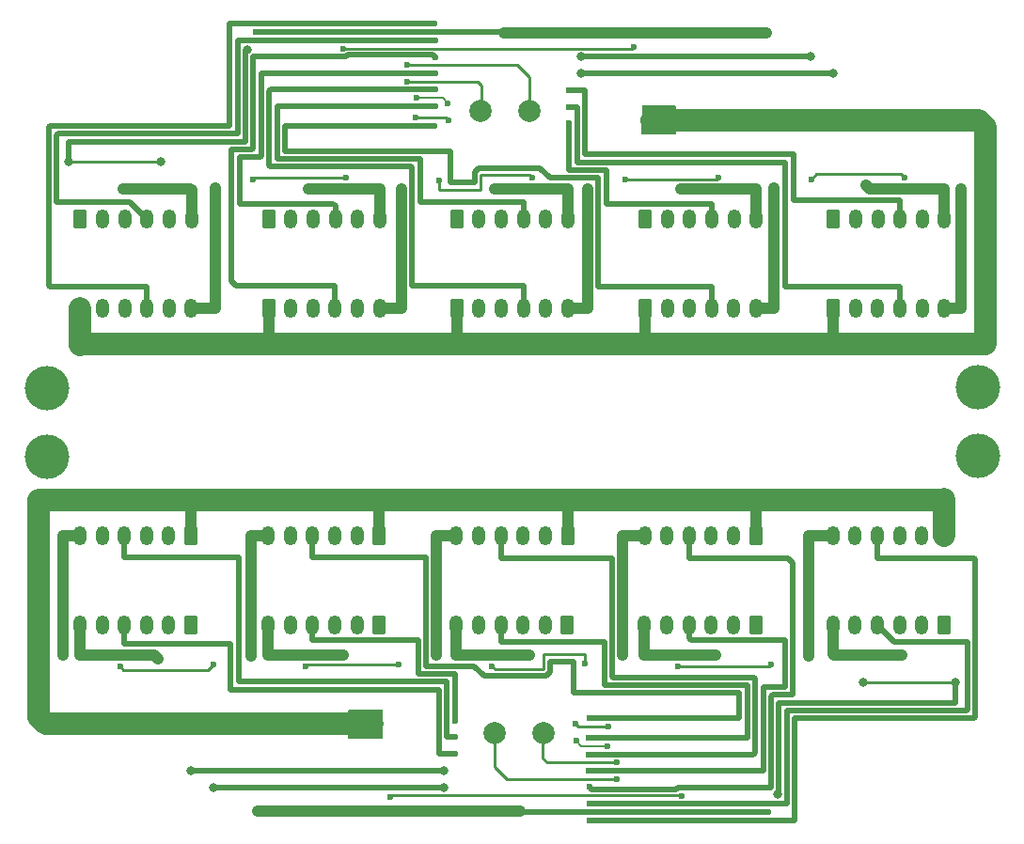
<source format=gbl>
%TF.GenerationSoftware,KiCad,Pcbnew,(6.0.0-rc1-392-g84e0feeee6)*%
%TF.CreationDate,2022-07-25T10:34:59+07:00*%
%TF.ProjectId,Ambino Fan HUB CH552G_Panellize,416d6269-6e6f-4204-9661-6e2048554220,rev?*%
%TF.SameCoordinates,Original*%
%TF.FileFunction,Copper,L2,Bot*%
%TF.FilePolarity,Positive*%
%FSLAX46Y46*%
G04 Gerber Fmt 4.6, Leading zero omitted, Abs format (unit mm)*
G04 Created by KiCad (PCBNEW (6.0.0-rc1-392-g84e0feeee6)) date 2022-07-25 10:34:59*
%MOMM*%
%LPD*%
G01*
G04 APERTURE LIST*
G04 Aperture macros list*
%AMRoundRect*
0 Rectangle with rounded corners*
0 $1 Rounding radius*
0 $2 $3 $4 $5 $6 $7 $8 $9 X,Y pos of 4 corners*
0 Add a 4 corners polygon primitive as box body*
4,1,4,$2,$3,$4,$5,$6,$7,$8,$9,$2,$3,0*
0 Add four circle primitives for the rounded corners*
1,1,$1+$1,$2,$3*
1,1,$1+$1,$4,$5*
1,1,$1+$1,$6,$7*
1,1,$1+$1,$8,$9*
0 Add four rect primitives between the rounded corners*
20,1,$1+$1,$2,$3,$4,$5,0*
20,1,$1+$1,$4,$5,$6,$7,0*
20,1,$1+$1,$6,$7,$8,$9,0*
20,1,$1+$1,$8,$9,$2,$3,0*%
G04 Aperture macros list end*
%TA.AperFunction,SMDPad,CuDef*%
%ADD10C,2.000000*%
%TD*%
%TA.AperFunction,ComponentPad*%
%ADD11C,4.000000*%
%TD*%
%TA.AperFunction,ComponentPad*%
%ADD12RoundRect,0.250000X0.350000X0.625000X-0.350000X0.625000X-0.350000X-0.625000X0.350000X-0.625000X0*%
%TD*%
%TA.AperFunction,ComponentPad*%
%ADD13O,1.200000X1.750000*%
%TD*%
%TA.AperFunction,ComponentPad*%
%ADD14RoundRect,0.250000X-0.350000X-0.625000X0.350000X-0.625000X0.350000X0.625000X-0.350000X0.625000X0*%
%TD*%
%TA.AperFunction,ViaPad*%
%ADD15C,0.600000*%
%TD*%
%TA.AperFunction,ViaPad*%
%ADD16C,0.800000*%
%TD*%
%TA.AperFunction,Conductor*%
%ADD17C,0.250000*%
%TD*%
%TA.AperFunction,Conductor*%
%ADD18C,0.500000*%
%TD*%
%TA.AperFunction,Conductor*%
%ADD19C,1.000000*%
%TD*%
%TA.AperFunction,Conductor*%
%ADD20C,2.000000*%
%TD*%
%TA.AperFunction,Conductor*%
%ADD21C,0.200000*%
%TD*%
G04 APERTURE END LIST*
D10*
%TO.P,DP,1,1*%
%TO.N,DP2*%
X148001193Y-111536017D03*
%TD*%
%TO.P,DM,1,1*%
%TO.N,DM2*%
X143581193Y-111486017D03*
%TD*%
D11*
%TO.P,H8,1*%
%TO.N,N/C*%
X187081193Y-86551017D03*
%TD*%
%TO.P,H5,1*%
%TO.N,N/C*%
X103256193Y-86626017D03*
%TD*%
D12*
%TO.P,J6,1,Pin_1*%
%TO.N,+12VA*%
X184051193Y-93746017D03*
D13*
%TO.P,J6,2,Pin_2*%
%TO.N,G_FAN*%
X182051193Y-93746017D03*
%TO.P,J6,3,Pin_3*%
%TO.N,GND*%
X180051193Y-93746017D03*
%TO.P,J6,4,Pin_4*%
%TO.N,STRIP2*%
X178051193Y-93746017D03*
%TO.P,J6,5,Pin_5*%
%TO.N,Net-(F6-Pad1)*%
X176051193Y-93746017D03*
%TO.P,J6,6,Pin_6*%
%TO.N,PWMFANOUT2*%
X174051193Y-93746017D03*
%TD*%
D12*
%TO.P,J11,1,Pin_1*%
%TO.N,+12VA*%
X116241193Y-101746017D03*
D13*
%TO.P,J11,2,Pin_2*%
%TO.N,G_FAN*%
X114241193Y-101746017D03*
%TO.P,J11,3,Pin_3*%
%TO.N,GND*%
X112241193Y-101746017D03*
%TO.P,J11,4,Pin_4*%
%TO.N,STRIP9*%
X110241193Y-101746017D03*
%TO.P,J11,5,Pin_5*%
%TO.N,Net-(F11-Pad1)*%
X108241193Y-101746017D03*
%TO.P,J11,6,Pin_6*%
%TO.N,PWMFANOUT9*%
X106241193Y-101746017D03*
%TD*%
D12*
%TO.P,J10,1,Pin_1*%
%TO.N,+12VA*%
X133191193Y-101746017D03*
D13*
%TO.P,J10,2,Pin_2*%
%TO.N,G_FAN*%
X131191193Y-101746017D03*
%TO.P,J10,3,Pin_3*%
%TO.N,GND*%
X129191193Y-101746017D03*
%TO.P,J10,4,Pin_4*%
%TO.N,STRIP7*%
X127191193Y-101746017D03*
%TO.P,J10,5,Pin_5*%
%TO.N,Net-(F10-Pad1)*%
X125191193Y-101746017D03*
%TO.P,J10,6,Pin_6*%
%TO.N,PWMFANOUT7*%
X123191193Y-101746017D03*
%TD*%
D12*
%TO.P,J9,1,Pin_1*%
%TO.N,+12VA*%
X150141193Y-101746017D03*
D13*
%TO.P,J9,2,Pin_2*%
%TO.N,G_FAN*%
X148141193Y-101746017D03*
%TO.P,J9,3,Pin_3*%
%TO.N,GND*%
X146141193Y-101746017D03*
%TO.P,J9,4,Pin_4*%
%TO.N,STRIP5*%
X144141193Y-101746017D03*
%TO.P,J9,5,Pin_5*%
%TO.N,Net-(F9-Pad1)*%
X142141193Y-101746017D03*
%TO.P,J9,6,Pin_6*%
%TO.N,PWMFANOUT5*%
X140141193Y-101746017D03*
%TD*%
D12*
%TO.P,J8,1,Pin_1*%
%TO.N,+12VA*%
X167091193Y-101746017D03*
D13*
%TO.P,J8,2,Pin_2*%
%TO.N,G_FAN*%
X165091193Y-101746017D03*
%TO.P,J8,3,Pin_3*%
%TO.N,GND*%
X163091193Y-101746017D03*
%TO.P,J8,4,Pin_4*%
%TO.N,STRIP3*%
X161091193Y-101746017D03*
%TO.P,J8,5,Pin_5*%
%TO.N,Net-(F8-Pad1)*%
X159091193Y-101746017D03*
%TO.P,J8,6,Pin_6*%
%TO.N,PWMFANOUT3*%
X157091193Y-101746017D03*
%TD*%
D12*
%TO.P,J7,1,Pin_1*%
%TO.N,+12VA*%
X184041193Y-101746017D03*
D13*
%TO.P,J7,2,Pin_2*%
%TO.N,G_FAN*%
X182041193Y-101746017D03*
%TO.P,J7,3,Pin_3*%
%TO.N,GND*%
X180041193Y-101746017D03*
%TO.P,J7,4,Pin_4*%
%TO.N,STRIP1*%
X178041193Y-101746017D03*
%TO.P,J7,5,Pin_5*%
%TO.N,Net-(F7-Pad1)*%
X176041193Y-101746017D03*
%TO.P,J7,6,Pin_6*%
%TO.N,PWMFANOUT1*%
X174041193Y-101746017D03*
%TD*%
D12*
%TO.P,J5,1,Pin_1*%
%TO.N,+12VA*%
X167101193Y-93746017D03*
D13*
%TO.P,J5,2,Pin_2*%
%TO.N,G_FAN*%
X165101193Y-93746017D03*
%TO.P,J5,3,Pin_3*%
%TO.N,GND*%
X163101193Y-93746017D03*
%TO.P,J5,4,Pin_4*%
%TO.N,STRIP4*%
X161101193Y-93746017D03*
%TO.P,J5,5,Pin_5*%
%TO.N,Net-(F5-Pad1)*%
X159101193Y-93746017D03*
%TO.P,J5,6,Pin_6*%
%TO.N,PWMFANOUT4*%
X157101193Y-93746017D03*
%TD*%
D12*
%TO.P,J4,1,Pin_1*%
%TO.N,+12VA*%
X150151193Y-93746017D03*
D13*
%TO.P,J4,2,Pin_2*%
%TO.N,G_FAN*%
X148151193Y-93746017D03*
%TO.P,J4,3,Pin_3*%
%TO.N,GND*%
X146151193Y-93746017D03*
%TO.P,J4,4,Pin_4*%
%TO.N,STRIP6*%
X144151193Y-93746017D03*
%TO.P,J4,5,Pin_5*%
%TO.N,Net-(F4-Pad1)*%
X142151193Y-93746017D03*
%TO.P,J4,6,Pin_6*%
%TO.N,PWMFANOUT6*%
X140151193Y-93746017D03*
%TD*%
D12*
%TO.P,J3,1,Pin_1*%
%TO.N,+12VA*%
X133201193Y-93746017D03*
D13*
%TO.P,J3,2,Pin_2*%
%TO.N,G_FAN*%
X131201193Y-93746017D03*
%TO.P,J3,3,Pin_3*%
%TO.N,GND*%
X129201193Y-93746017D03*
%TO.P,J3,4,Pin_4*%
%TO.N,STRIP8*%
X127201193Y-93746017D03*
%TO.P,J3,5,Pin_5*%
%TO.N,Net-(F3-Pad1)*%
X125201193Y-93746017D03*
%TO.P,J3,6,Pin_6*%
%TO.N,PWMFANOUT8*%
X123201193Y-93746017D03*
%TD*%
D12*
%TO.P,J2,1,Pin_1*%
%TO.N,+12VA*%
X116251193Y-93746017D03*
D13*
%TO.P,J2,2,Pin_2*%
%TO.N,G_FAN*%
X114251193Y-93746017D03*
%TO.P,J2,3,Pin_3*%
%TO.N,GND*%
X112251193Y-93746017D03*
%TO.P,J2,4,Pin_4*%
%TO.N,STRIP10*%
X110251193Y-93746017D03*
%TO.P,J2,5,Pin_5*%
%TO.N,Net-(F2-Pad1)*%
X108251193Y-93746017D03*
%TO.P,J2,6,Pin_6*%
%TO.N,PWMFANOUT10*%
X106251193Y-93746017D03*
%TD*%
D14*
%TO.P,J2,1,Pin_1*%
%TO.N,+12VA*%
X174080000Y-73220000D03*
D13*
%TO.P,J2,2,Pin_2*%
%TO.N,G_FAN*%
X176080000Y-73220000D03*
%TO.P,J2,3,Pin_3*%
%TO.N,GND*%
X178080000Y-73220000D03*
%TO.P,J2,4,Pin_4*%
%TO.N,STRIP10*%
X180080000Y-73220000D03*
%TO.P,J2,5,Pin_5*%
%TO.N,Net-(F2-Pad1)*%
X182080000Y-73220000D03*
%TO.P,J2,6,Pin_6*%
%TO.N,PWMFANOUT10*%
X184080000Y-73220000D03*
%TD*%
D14*
%TO.P,J3,1,Pin_1*%
%TO.N,+12VA*%
X157130000Y-73220000D03*
D13*
%TO.P,J3,2,Pin_2*%
%TO.N,G_FAN*%
X159130000Y-73220000D03*
%TO.P,J3,3,Pin_3*%
%TO.N,GND*%
X161130000Y-73220000D03*
%TO.P,J3,4,Pin_4*%
%TO.N,STRIP8*%
X163130000Y-73220000D03*
%TO.P,J3,5,Pin_5*%
%TO.N,Net-(F3-Pad1)*%
X165130000Y-73220000D03*
%TO.P,J3,6,Pin_6*%
%TO.N,PWMFANOUT8*%
X167130000Y-73220000D03*
%TD*%
D14*
%TO.P,J4,1,Pin_1*%
%TO.N,+12VA*%
X140180000Y-73220000D03*
D13*
%TO.P,J4,2,Pin_2*%
%TO.N,G_FAN*%
X142180000Y-73220000D03*
%TO.P,J4,3,Pin_3*%
%TO.N,GND*%
X144180000Y-73220000D03*
%TO.P,J4,4,Pin_4*%
%TO.N,STRIP6*%
X146180000Y-73220000D03*
%TO.P,J4,5,Pin_5*%
%TO.N,Net-(F4-Pad1)*%
X148180000Y-73220000D03*
%TO.P,J4,6,Pin_6*%
%TO.N,PWMFANOUT6*%
X150180000Y-73220000D03*
%TD*%
D14*
%TO.P,J5,1,Pin_1*%
%TO.N,+12VA*%
X123230000Y-73220000D03*
D13*
%TO.P,J5,2,Pin_2*%
%TO.N,G_FAN*%
X125230000Y-73220000D03*
%TO.P,J5,3,Pin_3*%
%TO.N,GND*%
X127230000Y-73220000D03*
%TO.P,J5,4,Pin_4*%
%TO.N,STRIP4*%
X129230000Y-73220000D03*
%TO.P,J5,5,Pin_5*%
%TO.N,Net-(F5-Pad1)*%
X131230000Y-73220000D03*
%TO.P,J5,6,Pin_6*%
%TO.N,PWMFANOUT4*%
X133230000Y-73220000D03*
%TD*%
D14*
%TO.P,J6,1,Pin_1*%
%TO.N,+12VA*%
X106280000Y-73220000D03*
D13*
%TO.P,J6,2,Pin_2*%
%TO.N,G_FAN*%
X108280000Y-73220000D03*
%TO.P,J6,3,Pin_3*%
%TO.N,GND*%
X110280000Y-73220000D03*
%TO.P,J6,4,Pin_4*%
%TO.N,STRIP2*%
X112280000Y-73220000D03*
%TO.P,J6,5,Pin_5*%
%TO.N,Net-(F6-Pad1)*%
X114280000Y-73220000D03*
%TO.P,J6,6,Pin_6*%
%TO.N,PWMFANOUT2*%
X116280000Y-73220000D03*
%TD*%
D14*
%TO.P,J7,1,Pin_1*%
%TO.N,+12VA*%
X106290000Y-65220000D03*
D13*
%TO.P,J7,2,Pin_2*%
%TO.N,G_FAN*%
X108290000Y-65220000D03*
%TO.P,J7,3,Pin_3*%
%TO.N,GND*%
X110290000Y-65220000D03*
%TO.P,J7,4,Pin_4*%
%TO.N,STRIP1*%
X112290000Y-65220000D03*
%TO.P,J7,5,Pin_5*%
%TO.N,Net-(F7-Pad1)*%
X114290000Y-65220000D03*
%TO.P,J7,6,Pin_6*%
%TO.N,PWMFANOUT1*%
X116290000Y-65220000D03*
%TD*%
D14*
%TO.P,J8,1,Pin_1*%
%TO.N,+12VA*%
X123240000Y-65220000D03*
D13*
%TO.P,J8,2,Pin_2*%
%TO.N,G_FAN*%
X125240000Y-65220000D03*
%TO.P,J8,3,Pin_3*%
%TO.N,GND*%
X127240000Y-65220000D03*
%TO.P,J8,4,Pin_4*%
%TO.N,STRIP3*%
X129240000Y-65220000D03*
%TO.P,J8,5,Pin_5*%
%TO.N,Net-(F8-Pad1)*%
X131240000Y-65220000D03*
%TO.P,J8,6,Pin_6*%
%TO.N,PWMFANOUT3*%
X133240000Y-65220000D03*
%TD*%
D14*
%TO.P,J9,1,Pin_1*%
%TO.N,+12VA*%
X140190000Y-65220000D03*
D13*
%TO.P,J9,2,Pin_2*%
%TO.N,G_FAN*%
X142190000Y-65220000D03*
%TO.P,J9,3,Pin_3*%
%TO.N,GND*%
X144190000Y-65220000D03*
%TO.P,J9,4,Pin_4*%
%TO.N,STRIP5*%
X146190000Y-65220000D03*
%TO.P,J9,5,Pin_5*%
%TO.N,Net-(F9-Pad1)*%
X148190000Y-65220000D03*
%TO.P,J9,6,Pin_6*%
%TO.N,PWMFANOUT5*%
X150190000Y-65220000D03*
%TD*%
D14*
%TO.P,J10,1,Pin_1*%
%TO.N,+12VA*%
X157140000Y-65220000D03*
D13*
%TO.P,J10,2,Pin_2*%
%TO.N,G_FAN*%
X159140000Y-65220000D03*
%TO.P,J10,3,Pin_3*%
%TO.N,GND*%
X161140000Y-65220000D03*
%TO.P,J10,4,Pin_4*%
%TO.N,STRIP7*%
X163140000Y-65220000D03*
%TO.P,J10,5,Pin_5*%
%TO.N,Net-(F10-Pad1)*%
X165140000Y-65220000D03*
%TO.P,J10,6,Pin_6*%
%TO.N,PWMFANOUT7*%
X167140000Y-65220000D03*
%TD*%
D14*
%TO.P,J11,1,Pin_1*%
%TO.N,+12VA*%
X174090000Y-65220000D03*
D13*
%TO.P,J11,2,Pin_2*%
%TO.N,G_FAN*%
X176090000Y-65220000D03*
%TO.P,J11,3,Pin_3*%
%TO.N,GND*%
X178090000Y-65220000D03*
%TO.P,J11,4,Pin_4*%
%TO.N,STRIP9*%
X180090000Y-65220000D03*
%TO.P,J11,5,Pin_5*%
%TO.N,Net-(F11-Pad1)*%
X182090000Y-65220000D03*
%TO.P,J11,6,Pin_6*%
%TO.N,PWMFANOUT9*%
X184090000Y-65220000D03*
%TD*%
D11*
%TO.P,H5,1*%
%TO.N,N/C*%
X187075000Y-80340000D03*
%TD*%
%TO.P,H8,1*%
%TO.N,N/C*%
X103250000Y-80415000D03*
%TD*%
D10*
%TO.P,DP,1,1*%
%TO.N,DP2*%
X142330000Y-55430000D03*
%TD*%
%TO.P,DM,1,1*%
%TO.N,DM2*%
X146750000Y-55480000D03*
%TD*%
D15*
%TO.N,PWM*%
X126611193Y-105475517D03*
%TO.N,PWM_Chasis*%
X134221193Y-117276017D03*
D16*
%TO.N,PWMFANOUT6*%
X138371193Y-104476017D03*
D15*
%TO.N,PWM*%
X109851193Y-105505517D03*
D16*
%TO.N,PWMFANOUT1*%
X180221193Y-104506017D03*
%TO.N,PWMFANOUT9*%
X113271193Y-104796017D03*
%TO.N,PWMFANOUT10*%
X104751193Y-104476017D03*
%TO.N,PWM*%
X185061193Y-106946017D03*
D15*
X160091193Y-105506017D03*
D16*
%TO.N,DM*%
X138991193Y-116406017D03*
D15*
%TO.N,+12VA*%
X131051193Y-111686017D03*
%TO.N,PWM*%
X168461193Y-105316017D03*
%TO.N,+12VA*%
X132581193Y-109606017D03*
X131071193Y-110676017D03*
D16*
%TO.N,PWMFANOUT5*%
X146761193Y-104476017D03*
D15*
%TO.N,PWM*%
X151711193Y-105266017D03*
D16*
%TO.N,PWMFANOUT3*%
X163501193Y-104506017D03*
%TO.N,PWMFANOUT4*%
X155101193Y-104516017D03*
D15*
%TO.N,DP2*%
X154581193Y-114166517D03*
%TO.N,PWM*%
X134981193Y-105326017D03*
D16*
X169030733Y-117036517D03*
%TO.N,PWMFANOUT2*%
X171851193Y-104556017D03*
%TO.N,PWMFANOUT8*%
X121631193Y-104536017D03*
D15*
%TO.N,PWM_Chasis*%
X160401193Y-117136517D03*
%TO.N,+12VA*%
X131041193Y-109636017D03*
D16*
%TO.N,DP*%
X138981193Y-114856017D03*
%TO.N,DM*%
X118261193Y-116426017D03*
D15*
%TO.N,PWM*%
X118241193Y-105316017D03*
D16*
%TO.N,PWMFANOUT7*%
X129991193Y-104476017D03*
%TO.N,PWM*%
X176801193Y-106966017D03*
%TO.N,DP*%
X116261193Y-114886017D03*
D15*
%TO.N,PWM*%
X143351193Y-105475517D03*
%TO.N,+12VA*%
X132591193Y-110676017D03*
%TO.N,DM2*%
X154631193Y-115696017D03*
%TO.N,STRIP10*%
X140071193Y-111876017D03*
%TO.N,+12VA*%
X132611193Y-111616017D03*
%TO.N,STRIP4*%
X152101193Y-116366017D03*
%TO.N,STRIP6*%
X152091193Y-113416017D03*
%TO.N,STRIP8*%
X152121193Y-110176017D03*
%TO.N,+5V*%
X168211193Y-118635517D03*
X145901193Y-118526017D03*
%TO.N,P30*%
X150871193Y-110676017D03*
%TO.N,+5V*%
X159921193Y-118635517D03*
%TO.N,P30*%
X153821193Y-110916017D03*
%TO.N,STRIP1*%
X152111193Y-117886017D03*
%TO.N,STRIP7*%
X140061193Y-110386017D03*
%TO.N,STRIP9*%
X140071193Y-113346017D03*
%TO.N,+5V*%
X122291193Y-118546017D03*
%TO.N,STRIP2*%
X152121193Y-119386017D03*
%TO.N,STRIP5*%
X152081193Y-111916017D03*
%TO.N,STRIP3*%
X152091193Y-114916017D03*
%TO.N,P31*%
X150941193Y-112206017D03*
X153761193Y-112665517D03*
X136570000Y-54300500D03*
X139390000Y-54760000D03*
%TO.N,P30*%
X139460000Y-56290000D03*
X136510000Y-56050000D03*
%TO.N,+5V*%
X168040000Y-48420000D03*
X130410000Y-48330500D03*
X144430000Y-48440000D03*
X122120000Y-48330500D03*
%TO.N,STRIP10*%
X150260000Y-55090000D03*
%TO.N,STRIP9*%
X150260000Y-53620000D03*
%TO.N,STRIP8*%
X138210000Y-56790000D03*
%TO.N,STRIP7*%
X150270000Y-56580000D03*
%TO.N,STRIP6*%
X138240000Y-53550000D03*
%TO.N,STRIP5*%
X138250000Y-55050000D03*
%TO.N,STRIP4*%
X138230000Y-50600000D03*
%TO.N,STRIP3*%
X138240000Y-52050000D03*
%TO.N,STRIP2*%
X138210000Y-47580000D03*
%TO.N,STRIP1*%
X138220000Y-49080000D03*
%TO.N,+12VA*%
X157720000Y-55350000D03*
X157740000Y-56290000D03*
X159280000Y-55280000D03*
X159260000Y-56290000D03*
X157750000Y-57360000D03*
X159290000Y-57330000D03*
D16*
%TO.N,DM*%
X172070000Y-50540000D03*
X151340000Y-50560000D03*
D15*
%TO.N,PWM_Chasis*%
X129930000Y-49829500D03*
X156110000Y-49690000D03*
D16*
%TO.N,PWMFANOUT10*%
X185580000Y-62490000D03*
%TO.N,PWMFANOUT8*%
X168700000Y-62430000D03*
%TO.N,DP*%
X174070000Y-52080000D03*
X151350000Y-52110000D03*
%TO.N,PWMFANOUT6*%
X151960000Y-62490000D03*
%TO.N,PWMFANOUT4*%
X135230000Y-62450000D03*
%TO.N,PWMFANOUT2*%
X118480000Y-62410000D03*
%TO.N,PWMFANOUT1*%
X110110000Y-62460000D03*
%TO.N,PWMFANOUT3*%
X126830000Y-62460000D03*
%TO.N,PWMFANOUT5*%
X143570000Y-62490000D03*
%TO.N,PWMFANOUT7*%
X160340000Y-62490000D03*
D15*
%TO.N,PWM*%
X138620000Y-61700000D03*
X146980000Y-61490500D03*
D16*
X121300460Y-49929500D03*
D15*
X172090000Y-61650000D03*
D16*
X105270000Y-60020000D03*
D15*
X180480000Y-61460500D03*
X121870000Y-61650000D03*
X155350000Y-61640000D03*
D16*
X113530000Y-60000000D03*
D15*
X163720000Y-61490500D03*
X130240000Y-61460000D03*
D16*
%TO.N,PWMFANOUT9*%
X177060000Y-62170000D03*
D15*
%TO.N,DM2*%
X135700000Y-51270000D03*
%TO.N,DP2*%
X135750000Y-52799500D03*
%TD*%
D17*
%TO.N,DP2*%
X147931193Y-113806017D02*
X147931193Y-111606017D01*
X148291693Y-114166517D02*
X147931193Y-113806017D01*
X147931193Y-111606017D02*
X148001193Y-111536017D01*
X154581193Y-114166517D02*
X148291693Y-114166517D01*
%TO.N,PWM*%
X117795145Y-105802065D02*
X110147741Y-105802065D01*
X143651693Y-105776017D02*
X143351193Y-105475517D01*
X168271193Y-105506017D02*
X160091193Y-105506017D01*
%TO.N,DM2*%
X154631193Y-115696017D02*
X144711193Y-115696017D01*
%TO.N,PWM*%
X118241193Y-105316017D02*
X118241193Y-105356017D01*
X126760693Y-105326017D02*
X126611193Y-105475517D01*
D18*
X185061193Y-106946017D02*
X185061193Y-108756977D01*
D17*
X151701193Y-104366017D02*
X148021193Y-104366017D01*
X176801193Y-106966017D02*
X176821193Y-106946017D01*
%TO.N,DM2*%
X143581193Y-114566017D02*
X143581193Y-111486017D01*
X144711193Y-115696017D02*
X143581193Y-114566017D01*
D19*
%TO.N,PWMFANOUT9*%
X106241193Y-104506017D02*
X106241193Y-101746017D01*
D18*
%TO.N,PWM*%
X169180713Y-116886537D02*
X169030733Y-117036517D01*
D17*
X147971193Y-105776017D02*
X146761193Y-105776017D01*
X151711193Y-105266017D02*
X151711193Y-104376017D01*
D19*
%TO.N,PWMFANOUT9*%
X112981193Y-104506017D02*
X106241193Y-104506017D01*
D17*
%TO.N,PWM*%
X151711193Y-104376017D02*
X151701193Y-104366017D01*
D19*
%TO.N,PWMFANOUT9*%
X113271193Y-104796017D02*
X112981193Y-104506017D01*
D18*
%TO.N,PWM*%
X185061193Y-108756977D02*
X169180713Y-108756977D01*
D17*
X110147741Y-105802065D02*
X109851193Y-105505517D01*
X118241193Y-105356017D02*
X117795145Y-105802065D01*
X146761193Y-105776017D02*
X143651693Y-105776017D01*
X131641193Y-105326017D02*
X126760693Y-105326017D01*
D18*
X169180713Y-108756977D02*
X169180713Y-116886537D01*
D17*
X168461193Y-105316017D02*
X168271193Y-105506017D01*
X147971193Y-104416017D02*
X147971193Y-105776017D01*
X176821193Y-106946017D02*
X185061193Y-106946017D01*
X148021193Y-104366017D02*
X147971193Y-104416017D01*
X134981193Y-105326017D02*
X131641193Y-105326017D01*
D19*
%TO.N,PWMFANOUT4*%
X155101193Y-104516017D02*
X155101193Y-93746017D01*
%TO.N,PWMFANOUT7*%
X123191193Y-104476017D02*
X123191193Y-101746017D01*
%TO.N,PWMFANOUT1*%
X174151193Y-104506017D02*
X174041193Y-104396017D01*
X174041193Y-104396017D02*
X174041193Y-101746017D01*
%TO.N,PWMFANOUT5*%
X146761193Y-104476017D02*
X140131193Y-104476017D01*
X140131193Y-104476017D02*
X140141193Y-104466017D01*
%TO.N,PWMFANOUT3*%
X157091193Y-104506017D02*
X157091193Y-101746017D01*
%TO.N,PWMFANOUT1*%
X180221193Y-104506017D02*
X174151193Y-104506017D01*
%TO.N,PWMFANOUT3*%
X163501193Y-104506017D02*
X157091193Y-104506017D01*
%TO.N,PWMFANOUT6*%
X138371193Y-104476017D02*
X138371193Y-93746017D01*
%TO.N,PWMFANOUT4*%
X155101193Y-93746017D02*
X157101193Y-93746017D01*
%TO.N,PWMFANOUT5*%
X140141193Y-104466017D02*
X140141193Y-101746017D01*
%TO.N,PWMFANOUT2*%
X171851193Y-93746017D02*
X174051193Y-93746017D01*
%TO.N,PWMFANOUT7*%
X129991193Y-104476017D02*
X123191193Y-104476017D01*
%TO.N,PWMFANOUT2*%
X171851193Y-104556017D02*
X171851193Y-93746017D01*
%TO.N,PWMFANOUT10*%
X104751193Y-104476017D02*
X104751193Y-93746017D01*
X104751193Y-93746017D02*
X106251193Y-93746017D01*
D17*
%TO.N,PWM_Chasis*%
X134366682Y-117130528D02*
X134221193Y-117276017D01*
X160401193Y-117136517D02*
X160370693Y-117106017D01*
X160370693Y-117106017D02*
X160346182Y-117130528D01*
D19*
%TO.N,PWMFANOUT8*%
X121631193Y-104536017D02*
X121631193Y-93746017D01*
D18*
%TO.N,DP*%
X138981193Y-114856017D02*
X116291193Y-114856017D01*
X116291193Y-114856017D02*
X116261193Y-114886017D01*
D17*
%TO.N,PWM_Chasis*%
X160346182Y-117130528D02*
X134366682Y-117130528D01*
D18*
%TO.N,DM*%
X138991193Y-116406017D02*
X118281193Y-116406017D01*
X118281193Y-116406017D02*
X118261193Y-116426017D01*
D19*
%TO.N,PWMFANOUT6*%
X138371193Y-93746017D02*
X140151193Y-93746017D01*
%TO.N,PWMFANOUT8*%
X121631193Y-93746017D02*
X123201193Y-93746017D01*
D20*
%TO.N,+12VA*%
X184041193Y-90476017D02*
X184051193Y-90466017D01*
X103171193Y-110676017D02*
X102551193Y-110056017D01*
D18*
%TO.N,STRIP1*%
X179601193Y-103306017D02*
X178041193Y-101746017D01*
D20*
%TO.N,+12VA*%
X133191193Y-90476017D02*
X150511193Y-90476017D01*
D19*
X150151193Y-90836017D02*
X150511193Y-90476017D01*
D18*
%TO.N,STRIP1*%
X152111193Y-117886017D02*
X169880233Y-117886017D01*
D20*
%TO.N,+12VA*%
X103171193Y-110676017D02*
X132591193Y-110676017D01*
D18*
%TO.N,STRIP1*%
X186191193Y-109326017D02*
X186191193Y-103306017D01*
D19*
%TO.N,+12VA*%
X133201193Y-93746017D02*
X133141193Y-93686017D01*
D20*
X116551193Y-90476017D02*
X133191193Y-90476017D01*
D19*
X167101193Y-91146017D02*
X166431193Y-90476017D01*
X133191193Y-93736017D02*
X133191193Y-90476017D01*
D18*
%TO.N,STRIP1*%
X169880233Y-117886017D02*
X169880233Y-109456497D01*
D20*
%TO.N,+12VA*%
X150511193Y-90476017D02*
X166431193Y-90476017D01*
D19*
X116251193Y-93746017D02*
X116251193Y-90776017D01*
D20*
X166431193Y-90476017D02*
X184041193Y-90476017D01*
D18*
%TO.N,STRIP1*%
X186191193Y-103306017D02*
X179601193Y-103306017D01*
D20*
%TO.N,+12VA*%
X184051193Y-90466017D02*
X184051193Y-93746017D01*
D18*
%TO.N,STRIP1*%
X186060713Y-109456497D02*
X186191193Y-109326017D01*
D19*
%TO.N,+12VA*%
X116251193Y-90776017D02*
X116551193Y-90476017D01*
X150151193Y-93746017D02*
X150151193Y-90836017D01*
X133201193Y-93746017D02*
X133191193Y-93736017D01*
D20*
X102551193Y-110056017D02*
X102551193Y-90476017D01*
D19*
X167101193Y-93746017D02*
X167101193Y-91146017D01*
D20*
X102551193Y-90476017D02*
X116551193Y-90476017D01*
D18*
%TO.N,STRIP1*%
X169880233Y-109456497D02*
X186060713Y-109456497D01*
%TO.N,STRIP2*%
X178051193Y-95716017D02*
X186761193Y-95716017D01*
%TO.N,STRIP4*%
X170421193Y-108057457D02*
X168612633Y-108057457D01*
%TO.N,STRIP6*%
X167021193Y-106636017D02*
X166861673Y-106476497D01*
%TO.N,STRIP5*%
X144141193Y-101746017D02*
X144141193Y-103306017D01*
%TO.N,STRIP2*%
X186890713Y-95845537D02*
X186890713Y-110075537D01*
%TO.N,STRIP4*%
X161101193Y-95766017D02*
X170031193Y-95766017D01*
%TO.N,STRIP7*%
X140061193Y-106155537D02*
X136701673Y-106155537D01*
%TO.N,STRIP3*%
X161091193Y-102926017D02*
X161091193Y-101746017D01*
X167781673Y-107406017D02*
X167829753Y-107357937D01*
X161271193Y-103106017D02*
X161091193Y-102926017D01*
%TO.N,STRIP6*%
X154151673Y-106375537D02*
X154151673Y-95726017D01*
%TO.N,STRIP4*%
X168481193Y-116384666D02*
X160093074Y-116384666D01*
X168612633Y-108057457D02*
X168481193Y-108188897D01*
%TO.N,STRIP6*%
X144151193Y-95726017D02*
X144151193Y-93746017D01*
%TO.N,STRIP7*%
X127211193Y-103146017D02*
X127191193Y-103126017D01*
%TO.N,STRIP5*%
X166321673Y-107176017D02*
X166321673Y-111916017D01*
%TO.N,STRIP8*%
X127201193Y-93746017D02*
X127201193Y-95696017D01*
%TO.N,STRIP6*%
X154151673Y-95726017D02*
X144151193Y-95726017D01*
%TO.N,STRIP2*%
X186810233Y-110156017D02*
X170579753Y-110156017D01*
X186761193Y-95716017D02*
X186890713Y-95845537D01*
X170579753Y-119386017D02*
X152121193Y-119386017D01*
X186890713Y-110075537D02*
X186810233Y-110156017D01*
X170579753Y-110156017D02*
X170579753Y-119386017D01*
X178051193Y-93746017D02*
X178051193Y-95716017D01*
%TO.N,STRIP4*%
X170421193Y-96156017D02*
X170421193Y-108057457D01*
X168481193Y-108188897D02*
X168481193Y-116384666D01*
%TO.N,STRIP3*%
X167781673Y-114916017D02*
X167781673Y-107406017D01*
X169721673Y-103106017D02*
X161271193Y-103106017D01*
X152091193Y-114916017D02*
X167781673Y-114916017D01*
X169721673Y-107357937D02*
X169721673Y-103106017D01*
%TO.N,STRIP7*%
X136701673Y-106155537D02*
X136701673Y-103146017D01*
%TO.N,STRIP6*%
X166881193Y-113416017D02*
X167021193Y-113276017D01*
%TO.N,STRIP4*%
X170031193Y-95766017D02*
X170421193Y-96156017D01*
%TO.N,STRIP6*%
X167021193Y-113276017D02*
X167021193Y-106636017D01*
%TO.N,STRIP4*%
X160093074Y-116384666D02*
X159921732Y-116556008D01*
%TO.N,STRIP5*%
X153452153Y-103306017D02*
X153452153Y-107176017D01*
%TO.N,STRIP8*%
X165622153Y-110166017D02*
X152131193Y-110166017D01*
%TO.N,STRIP5*%
X166321673Y-111916017D02*
X152081193Y-111916017D01*
%TO.N,STRIP6*%
X166861673Y-106476497D02*
X154252633Y-106476497D01*
%TO.N,STRIP8*%
X148545713Y-105056017D02*
X150681193Y-105056017D01*
%TO.N,STRIP6*%
X152091193Y-113416017D02*
X166881193Y-113416017D01*
X154252633Y-106476497D02*
X154151673Y-106375537D01*
%TO.N,STRIP8*%
X142645713Y-106350537D02*
X148209166Y-106350537D01*
%TO.N,STRIP7*%
X136701673Y-103146017D02*
X127211193Y-103146017D01*
X127191193Y-103126017D02*
X127191193Y-101746017D01*
%TO.N,STRIP3*%
X167829753Y-107357937D02*
X169721673Y-107357937D01*
%TO.N,STRIP4*%
X152291184Y-116556008D02*
X152101193Y-116366017D01*
X159921732Y-116556008D02*
X152291184Y-116556008D01*
X161101193Y-93746017D02*
X161101193Y-95766017D01*
%TO.N,STRIP5*%
X144141193Y-103306017D02*
X153452153Y-103306017D01*
X153452153Y-107176017D02*
X166321673Y-107176017D01*
%TO.N,STRIP7*%
X140061193Y-110386017D02*
X140061193Y-106155537D01*
%TO.N,STRIP9*%
X110241193Y-101746017D02*
X110241193Y-103496017D01*
%TO.N,STRIP8*%
X148209166Y-106350537D02*
X148545713Y-106013990D01*
X141751193Y-105456017D02*
X142645713Y-106350537D01*
X165622153Y-107896017D02*
X165622153Y-110166017D01*
X127201193Y-95696017D02*
X137401193Y-95696017D01*
%TO.N,STRIP9*%
X119801193Y-107586017D02*
X138581193Y-107586017D01*
X119801193Y-103496017D02*
X119801193Y-107586017D01*
X110241193Y-103496017D02*
X119801193Y-103496017D01*
%TO.N,STRIP10*%
X120571193Y-106855057D02*
X139311193Y-106855057D01*
X139311193Y-111876017D02*
X140071193Y-111876017D01*
X110251193Y-95706017D02*
X120571193Y-95706017D01*
X120571193Y-95706017D02*
X120571193Y-106855057D01*
%TO.N,STRIP8*%
X152131193Y-110166017D02*
X152121193Y-110176017D01*
X150681193Y-107896017D02*
X165622153Y-107896017D01*
%TO.N,STRIP9*%
X140061193Y-113336017D02*
X140071193Y-113346017D01*
X138581193Y-113336017D02*
X140061193Y-113336017D01*
X138581193Y-107586017D02*
X138581193Y-113336017D01*
%TO.N,STRIP10*%
X139311193Y-106855057D02*
X139311193Y-111876017D01*
X110251193Y-93746017D02*
X110251193Y-95706017D01*
%TO.N,STRIP8*%
X150681193Y-105056017D02*
X150681193Y-107896017D01*
X137401193Y-95696017D02*
X137401193Y-105456017D01*
X137401193Y-105456017D02*
X141751193Y-105456017D01*
X148545713Y-106013990D02*
X148545713Y-105056017D01*
%TO.N,+5V*%
X159921193Y-118635517D02*
X168211193Y-118635517D01*
X146010704Y-118635528D02*
X159921182Y-118635528D01*
X159921182Y-118635528D02*
X159921193Y-118635517D01*
D19*
X122311193Y-118526017D02*
X145901193Y-118526017D01*
D18*
X145901193Y-118526017D02*
X146010704Y-118635528D01*
D19*
X122291193Y-118546017D02*
X122311193Y-118526017D01*
D21*
%TO.N,P31*%
X151400693Y-112665517D02*
X150941193Y-112206017D01*
X153761193Y-112665517D02*
X151400693Y-112665517D01*
D17*
%TO.N,P30*%
X153821193Y-110916017D02*
X151111193Y-110916017D01*
X151111193Y-110916017D02*
X150871193Y-110676017D01*
D21*
%TO.N,P31*%
X136570000Y-54300500D02*
X138930500Y-54300500D01*
X138930500Y-54300500D02*
X139390000Y-54760000D01*
D17*
%TO.N,P30*%
X139220000Y-56050000D02*
X139460000Y-56290000D01*
X136510000Y-56050000D02*
X139220000Y-56050000D01*
D18*
%TO.N,+5V*%
X144430000Y-48440000D02*
X144320489Y-48330489D01*
D19*
X168020000Y-48440000D02*
X144430000Y-48440000D01*
D18*
X130410011Y-48330489D02*
X130410000Y-48330500D01*
D19*
X168040000Y-48420000D02*
X168020000Y-48440000D01*
D18*
X144320489Y-48330489D02*
X130410011Y-48330489D01*
X130410000Y-48330500D02*
X122120000Y-48330500D01*
%TO.N,STRIP10*%
X151020000Y-60110960D02*
X151020000Y-55090000D01*
X169760000Y-71260000D02*
X169760000Y-60110960D01*
X180080000Y-71260000D02*
X169760000Y-71260000D01*
X180080000Y-73220000D02*
X180080000Y-71260000D01*
X169760000Y-60110960D02*
X151020000Y-60110960D01*
X151020000Y-55090000D02*
X150260000Y-55090000D01*
%TO.N,STRIP9*%
X180090000Y-63470000D02*
X170530000Y-63470000D01*
X170530000Y-63470000D02*
X170530000Y-59380000D01*
X180090000Y-65220000D02*
X180090000Y-63470000D01*
X170530000Y-59380000D02*
X151750000Y-59380000D01*
X151750000Y-53630000D02*
X150270000Y-53630000D01*
X151750000Y-59380000D02*
X151750000Y-53630000D01*
X150270000Y-53630000D02*
X150260000Y-53620000D01*
%TO.N,STRIP8*%
X141785480Y-60952027D02*
X141785480Y-61910000D01*
X163130000Y-71270000D02*
X152930000Y-71270000D01*
X124709040Y-59070000D02*
X124709040Y-56800000D01*
X152930000Y-61510000D02*
X148580000Y-61510000D01*
X152930000Y-71270000D02*
X152930000Y-61510000D01*
X148580000Y-61510000D02*
X147685480Y-60615480D01*
X142122027Y-60615480D02*
X141785480Y-60952027D01*
X139650000Y-61910000D02*
X139650000Y-59070000D01*
X139650000Y-59070000D02*
X124709040Y-59070000D01*
X138200000Y-56800000D02*
X138210000Y-56790000D01*
X163130000Y-73220000D02*
X163130000Y-71270000D01*
X147685480Y-60615480D02*
X142122027Y-60615480D01*
X124709040Y-56800000D02*
X138200000Y-56800000D01*
X141785480Y-61910000D02*
X139650000Y-61910000D01*
%TO.N,STRIP7*%
X163140000Y-63840000D02*
X163140000Y-65220000D01*
X153629520Y-63820000D02*
X163120000Y-63820000D01*
X163120000Y-63820000D02*
X163140000Y-63840000D01*
X150270000Y-60810480D02*
X153629520Y-60810480D01*
X153629520Y-60810480D02*
X153629520Y-63820000D01*
X150270000Y-56580000D02*
X150270000Y-60810480D01*
%TO.N,STRIP6*%
X123310000Y-53690000D02*
X123310000Y-60330000D01*
X136179520Y-71240000D02*
X146180000Y-71240000D01*
X136179520Y-60590480D02*
X136179520Y-71240000D01*
X136078560Y-60489520D02*
X136179520Y-60590480D01*
X138240000Y-53550000D02*
X123450000Y-53550000D01*
X123469520Y-60489520D02*
X136078560Y-60489520D01*
X123310000Y-60330000D02*
X123469520Y-60489520D01*
X146180000Y-71240000D02*
X146180000Y-73220000D01*
X123450000Y-53550000D02*
X123310000Y-53690000D01*
%TO.N,STRIP5*%
X136879040Y-59790000D02*
X124009520Y-59790000D01*
X136879040Y-63660000D02*
X136879040Y-59790000D01*
X146190000Y-65220000D02*
X146190000Y-63660000D01*
X124009520Y-55050000D02*
X138250000Y-55050000D01*
X124009520Y-59790000D02*
X124009520Y-55050000D01*
X146190000Y-63660000D02*
X136879040Y-63660000D01*
%TO.N,STRIP4*%
X121718560Y-58908560D02*
X121850000Y-58777120D01*
X130238119Y-50581351D02*
X130409461Y-50410009D01*
X119910000Y-58908560D02*
X121718560Y-58908560D01*
X120300000Y-71200000D02*
X119910000Y-70810000D01*
X129230000Y-73220000D02*
X129230000Y-71200000D01*
X121850000Y-58777120D02*
X121850000Y-50581351D01*
X129230000Y-71200000D02*
X120300000Y-71200000D01*
X138040009Y-50410009D02*
X138230000Y-50600000D01*
X119910000Y-70810000D02*
X119910000Y-58908560D01*
X130409461Y-50410009D02*
X138040009Y-50410009D01*
X121850000Y-50581351D02*
X130238119Y-50581351D01*
%TO.N,STRIP3*%
X129060000Y-63860000D02*
X129240000Y-64040000D01*
X120609520Y-59608080D02*
X120609520Y-63860000D01*
X122549520Y-59560000D02*
X122501440Y-59608080D01*
X138240000Y-52050000D02*
X122549520Y-52050000D01*
X129240000Y-64040000D02*
X129240000Y-65220000D01*
X122501440Y-59608080D02*
X120609520Y-59608080D01*
X120609520Y-63860000D02*
X129060000Y-63860000D01*
X122549520Y-52050000D02*
X122549520Y-59560000D01*
%TO.N,STRIP2*%
X103440480Y-71120480D02*
X103440480Y-56890480D01*
X112280000Y-73220000D02*
X112280000Y-71250000D01*
X119751440Y-56810000D02*
X119751440Y-47580000D01*
X103440480Y-56890480D02*
X103520960Y-56810000D01*
X112280000Y-71250000D02*
X103570000Y-71250000D01*
X119751440Y-47580000D02*
X138210000Y-47580000D01*
X103570000Y-71250000D02*
X103440480Y-71120480D01*
X103520960Y-56810000D02*
X119751440Y-56810000D01*
%TO.N,STRIP1*%
X110730000Y-63660000D02*
X112290000Y-65220000D01*
X104140000Y-63660000D02*
X110730000Y-63660000D01*
X120450960Y-49080000D02*
X120450960Y-57509520D01*
X104140000Y-57640000D02*
X104140000Y-63660000D01*
X138220000Y-49080000D02*
X120450960Y-49080000D01*
X120450960Y-57509520D02*
X104270480Y-57509520D01*
X104270480Y-57509520D02*
X104140000Y-57640000D01*
D19*
%TO.N,+12VA*%
X123230000Y-75820000D02*
X123900000Y-76490000D01*
X174080000Y-73220000D02*
X174080000Y-76190000D01*
D20*
X187160000Y-56290000D02*
X187780000Y-56910000D01*
X123900000Y-76490000D02*
X106290000Y-76490000D01*
D19*
X157140000Y-73230000D02*
X157140000Y-76490000D01*
X140180000Y-73220000D02*
X140180000Y-76130000D01*
D20*
X157140000Y-76490000D02*
X139820000Y-76490000D01*
X187780000Y-76490000D02*
X173780000Y-76490000D01*
X106280000Y-76500000D02*
X106280000Y-73220000D01*
X106290000Y-76490000D02*
X106280000Y-76500000D01*
D19*
X174080000Y-76190000D02*
X173780000Y-76490000D01*
D20*
X139820000Y-76490000D02*
X123900000Y-76490000D01*
D19*
X157130000Y-73220000D02*
X157140000Y-73230000D01*
X123230000Y-73220000D02*
X123230000Y-75820000D01*
D20*
X187160000Y-56290000D02*
X157740000Y-56290000D01*
X173780000Y-76490000D02*
X157140000Y-76490000D01*
X187780000Y-56910000D02*
X187780000Y-76490000D01*
D19*
X157130000Y-73220000D02*
X157190000Y-73280000D01*
X140180000Y-76130000D02*
X139820000Y-76490000D01*
D18*
%TO.N,DM*%
X151340000Y-50560000D02*
X172050000Y-50560000D01*
X172050000Y-50560000D02*
X172070000Y-50540000D01*
D17*
%TO.N,PWM_Chasis*%
X129930000Y-49829500D02*
X129960500Y-49860000D01*
X129960500Y-49860000D02*
X129985011Y-49835489D01*
X155964511Y-49835489D02*
X156110000Y-49690000D01*
X129985011Y-49835489D02*
X155964511Y-49835489D01*
D19*
%TO.N,PWMFANOUT10*%
X185580000Y-62490000D02*
X185580000Y-73220000D01*
X185580000Y-73220000D02*
X184080000Y-73220000D01*
%TO.N,PWMFANOUT8*%
X168700000Y-62430000D02*
X168700000Y-73220000D01*
X168700000Y-73220000D02*
X167130000Y-73220000D01*
D18*
%TO.N,DP*%
X174040000Y-52110000D02*
X174070000Y-52080000D01*
X151350000Y-52110000D02*
X174040000Y-52110000D01*
D19*
%TO.N,PWMFANOUT6*%
X151960000Y-73220000D02*
X150180000Y-73220000D01*
X151960000Y-62490000D02*
X151960000Y-73220000D01*
%TO.N,PWMFANOUT4*%
X135230000Y-62450000D02*
X135230000Y-73220000D01*
X135230000Y-73220000D02*
X133230000Y-73220000D01*
%TO.N,PWMFANOUT2*%
X118480000Y-73220000D02*
X116280000Y-73220000D01*
X118480000Y-62410000D02*
X118480000Y-73220000D01*
%TO.N,PWMFANOUT1*%
X116290000Y-62570000D02*
X116290000Y-65220000D01*
X116180000Y-62460000D02*
X116290000Y-62570000D01*
X110110000Y-62460000D02*
X116180000Y-62460000D01*
%TO.N,PWMFANOUT3*%
X126830000Y-62460000D02*
X133240000Y-62460000D01*
X133240000Y-62460000D02*
X133240000Y-65220000D01*
%TO.N,PWMFANOUT5*%
X150200000Y-62490000D02*
X150190000Y-62500000D01*
X143570000Y-62490000D02*
X150200000Y-62490000D01*
X150190000Y-62500000D02*
X150190000Y-65220000D01*
%TO.N,PWMFANOUT7*%
X160340000Y-62490000D02*
X167140000Y-62490000D01*
X167140000Y-62490000D02*
X167140000Y-65220000D01*
D17*
%TO.N,PWM*%
X122060000Y-61460000D02*
X130240000Y-61460000D01*
D18*
X121150480Y-50079480D02*
X121300460Y-49929500D01*
X121150480Y-58209040D02*
X121150480Y-50079480D01*
D17*
X138620000Y-62590000D02*
X138630000Y-62600000D01*
X138630000Y-62600000D02*
X142310000Y-62600000D01*
X113530000Y-60000000D02*
X113510000Y-60020000D01*
X172536048Y-61163952D02*
X180183452Y-61163952D01*
X172090000Y-61610000D02*
X172536048Y-61163952D01*
X155350000Y-61640000D02*
X158690000Y-61640000D01*
X138620000Y-61700000D02*
X138620000Y-62590000D01*
X172090000Y-61650000D02*
X172090000Y-61610000D01*
X146679500Y-61190000D02*
X146980000Y-61490500D01*
X142310000Y-62600000D02*
X142360000Y-62550000D01*
X113510000Y-60020000D02*
X105270000Y-60020000D01*
X158690000Y-61640000D02*
X163570500Y-61640000D01*
X143570000Y-61190000D02*
X146679500Y-61190000D01*
X142360000Y-62550000D02*
X142360000Y-61190000D01*
D18*
X105270000Y-60020000D02*
X105270000Y-58209040D01*
D17*
X163570500Y-61640000D02*
X163720000Y-61490500D01*
X142360000Y-61190000D02*
X143570000Y-61190000D01*
D18*
X105270000Y-58209040D02*
X121150480Y-58209040D01*
D17*
X121870000Y-61650000D02*
X122060000Y-61460000D01*
X180183452Y-61163952D02*
X180480000Y-61460500D01*
D19*
%TO.N,PWMFANOUT9*%
X177060000Y-62170000D02*
X177350000Y-62460000D01*
X177350000Y-62460000D02*
X184090000Y-62460000D01*
X184090000Y-62460000D02*
X184090000Y-65220000D01*
D17*
%TO.N,DM2*%
X145620000Y-51270000D02*
X146750000Y-52400000D01*
X146750000Y-52400000D02*
X146750000Y-55480000D01*
X135700000Y-51270000D02*
X145620000Y-51270000D01*
%TO.N,DP2*%
X142039500Y-52799500D02*
X142400000Y-53160000D01*
X142400000Y-55360000D02*
X142330000Y-55430000D01*
X142400000Y-53160000D02*
X142400000Y-55360000D01*
X135750000Y-52799500D02*
X142039500Y-52799500D01*
%TD*%
%TA.AperFunction,Conductor*%
%TO.N,+12VA*%
G36*
X159814337Y-54959189D02*
G01*
X159882326Y-54979630D01*
X159928472Y-55033584D01*
X159939522Y-55085665D01*
X159930474Y-57465281D01*
X159910213Y-57533325D01*
X159856381Y-57579614D01*
X159805283Y-57590799D01*
X157252916Y-57607161D01*
X156938241Y-57609178D01*
X156869993Y-57589613D01*
X156823157Y-57536257D01*
X156811441Y-57481765D01*
X156838591Y-55065390D01*
X156859357Y-54997499D01*
X156913532Y-54951612D01*
X156965396Y-54940809D01*
X159814337Y-54959189D01*
G37*
%TD.AperFunction*%
%TD*%
%TA.AperFunction,Conductor*%
%TO.N,+12VA*%
G36*
X130516856Y-112006828D02*
G01*
X130448867Y-111986387D01*
X130402721Y-111932433D01*
X130391671Y-111880352D01*
X130400719Y-109500736D01*
X130420980Y-109432692D01*
X130474812Y-109386403D01*
X130525910Y-109375218D01*
X133078277Y-109358856D01*
X133392952Y-109356839D01*
X133461200Y-109376404D01*
X133508036Y-109429760D01*
X133519752Y-109484252D01*
X133492602Y-111900627D01*
X133471836Y-111968518D01*
X133417661Y-112014405D01*
X133365797Y-112025208D01*
X130516856Y-112006828D01*
G37*
%TD.AperFunction*%
%TD*%
M02*

</source>
